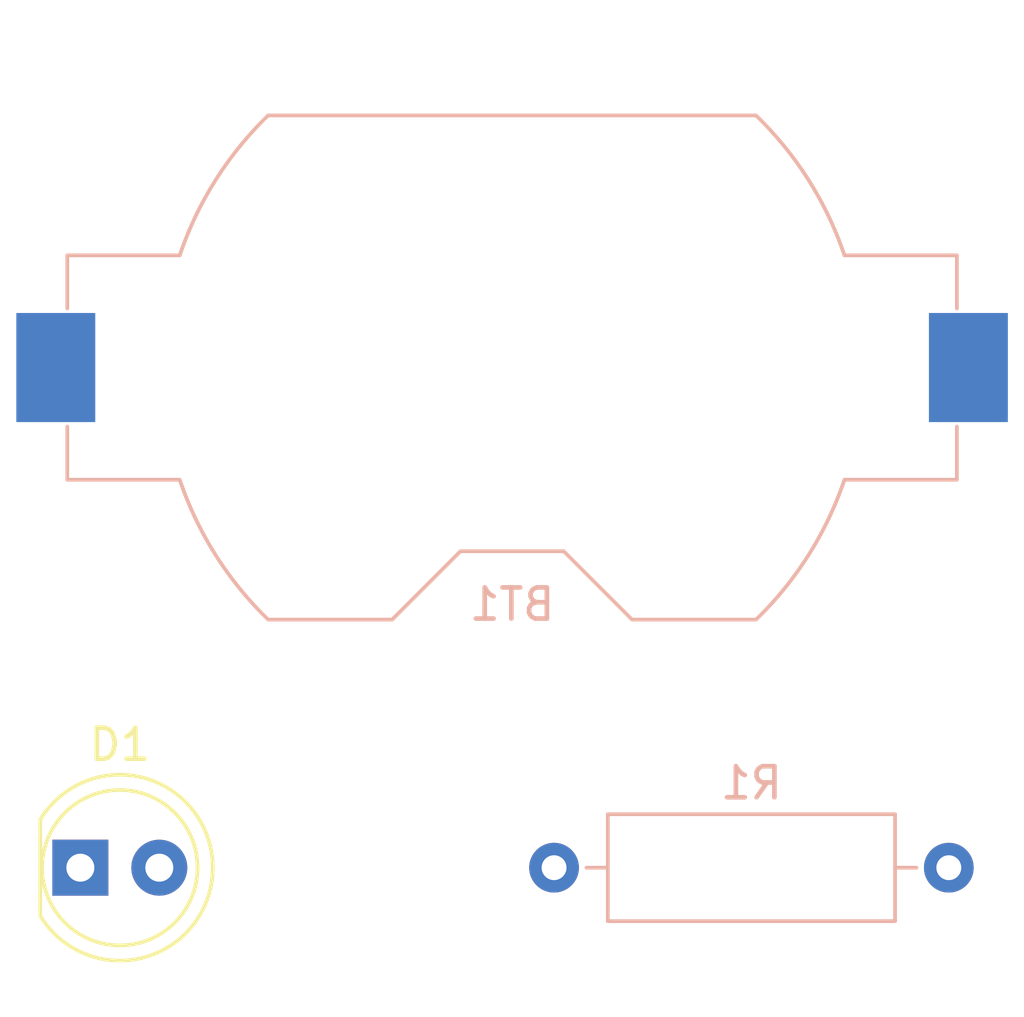
<source format=kicad_pcb>
(kicad_pcb (version 20221018) (generator pcbnew)
  (layers (0 "F.Cu" signal) (31 "B.Cu" signal) (34 "B.Paste" user) (35 "F.Paste" user) (36 "B.SilkS" user "B.Silkscreen") (37 "F.SilkS" user "F.Silkscreen") (38 "B.Mask" user) (39 "F.Mask" user) (44 "Edge.Cuts" user))
  (net 0 "")
  (net 1 "Net-(BT1-+)")
  (net 2 "Net-(BT1--)")
  (net 3 "Net-(D1-A)")
  (footprint "LED_THT:LED_D5.0mm" (layer "F.Cu") (at 121.92 101.6)
    (fp_text reference "D1" (at 1.27 -3.96) (layer "F.SilkS"))
    (fp_text value "LED")
    (fp_line (start -1.29 -1.545) (end -1.29 1.545) (stroke (width 0.12)) (layer "F.SilkS"))
    (fp_arc (start -1.29 -1.54483) (mid 2.072002 -2.880433) (end 4.26 0.000462) (stroke (width 0.12)) (layer "F.SilkS"))
    (fp_arc (start 4.26 -0.000462) (mid 2.072002 2.880433) (end -1.29 1.54483) (stroke (width 0.12)) (layer "F.SilkS"))
    (fp_circle (center 1.27 0) (end 3.77 0) (stroke (width 0.12)) (fill none) (layer "F.SilkS"))
    (pad "1" thru_hole rect (at 0 0) (size 1.8 1.8) (drill 0.9) (layers "*.Cu" "*.Mask") (net 2 "Net-(BT1--)"))
    (pad "2" thru_hole circle (at 2.54 0) (size 1.8 1.8) (drill 0.9) (layers "*.Cu" "*.Mask") (net 3 "Net-(D1-A)"))
  )
  (footprint "Resistor_THT:R_Axial_DIN0309_L9.0mm_D3.2mm_P12.70mm_Horizontal" (layer "B.Cu") (at 149.86 101.6 180)
    (fp_text reference "R1" (at 6.35 2.72) (layer "B.SilkS") (effects (justify mirror)))
    (fp_text value "R_US")
    (fp_line (start 1.04 0) (end 1.73 0) (stroke (width 0.12)) (layer "B.SilkS"))
    (fp_line (start 1.73 -1.72) (end 10.97 -1.72) (stroke (width 0.12)) (layer "B.SilkS"))
    (fp_line (start 1.73 1.72) (end 1.73 -1.72) (stroke (width 0.12)) (layer "B.SilkS"))
    (fp_line (start 10.97 -1.72) (end 10.97 1.72) (stroke (width 0.12)) (layer "B.SilkS"))
    (fp_line (start 10.97 1.72) (end 1.73 1.72) (stroke (width 0.12)) (layer "B.SilkS"))
    (fp_line (start 11.66 0) (end 10.97 0) (stroke (width 0.12)) (layer "B.SilkS"))
    (pad "1" thru_hole circle (at 0 0 180) (size 1.6 1.6) (drill 0.8) (layers "*.Cu" "*.Mask") (net 1 "Net-(BT1-+)"))
    (pad "2" thru_hole oval (at 12.7 0 180) (size 1.6 1.6) (drill 0.8) (layers "*.Cu" "*.Mask") (net 3 "Net-(D1-A)"))
  )
  (footprint "Battery:BatteryHolder_Keystone_1058_1x2032" (layer "B.Cu") (at 135.81 85.50897 180)
    (fp_text reference "BT1" (at 0 -7.62) (layer "B.SilkS") (effects (justify mirror)))
    (fp_text value "Battery_Cell")
    (fp_line (start -14.31 -1.9) (end -14.31 -3.61) (stroke (width 0.12)) (layer "B.SilkS"))
    (fp_line (start -14.31 1.9) (end -14.31 3.61) (stroke (width 0.12)) (layer "B.SilkS"))
    (fp_line (start -14.31 3.61) (end -10.692 3.61) (stroke (width 0.12)) (layer "B.SilkS"))
    (fp_line (start -10.692 -3.61) (end -14.31 -3.61) (stroke (width 0.12)) (layer "B.SilkS"))
    (fp_line (start -7.8473 8.11) (end 7.8473 8.11) (stroke (width 0.12)) (layer "B.SilkS"))
    (fp_line (start -3.86 -8.11) (end -7.8473 -8.11) (stroke (width 0.12)) (layer "B.SilkS"))
    (fp_line (start -1.66 -5.91) (end -3.86 -8.11) (stroke (width 0.12)) (layer "B.SilkS"))
    (fp_line (start 1.66 -5.91) (end -1.66 -5.91) (stroke (width 0.12)) (layer "B.SilkS"))
    (fp_line (start 1.66 -5.91) (end 3.86 -8.11) (stroke (width 0.12)) (layer "B.SilkS"))
    (fp_line (start 7.8473 -8.11) (end 3.86 -8.11) (stroke (width 0.12)) (layer "B.SilkS"))
    (fp_line (start 10.692 3.61) (end 14.31 3.61) (stroke (width 0.12)) (layer "B.SilkS"))
    (fp_line (start 14.31 -3.61) (end 10.692 -3.61) (stroke (width 0.12)) (layer "B.SilkS"))
    (fp_line (start 14.31 -1.9) (end 14.31 -3.61) (stroke (width 0.12)) (layer "B.SilkS"))
    (fp_line (start 14.31 1.9) (end 14.31 3.61) (stroke (width 0.12)) (layer "B.SilkS"))
    (fp_arc (start -10.692 -3.61) (mid -9.538085 -6.031245) (end -7.845371 -8.111789) (stroke (width 0.12)) (layer "B.SilkS"))
    (fp_arc (start -7.845371 8.111789) (mid -9.538084 6.031244) (end -10.692 3.61) (stroke (width 0.12)) (layer "B.SilkS"))
    (fp_arc (start 7.845371 -8.111789) (mid 9.538084 -6.031244) (end 10.692 -3.61) (stroke (width 0.12)) (layer "B.SilkS"))
    (fp_arc (start 10.692 3.61) (mid 9.538084 6.031244) (end 7.845371 8.111789) (stroke (width 0.12)) (layer "B.SilkS"))
    (pad "1" smd rect (at -14.68 0 180) (size 2.54 3.51) (layers "B.Cu" "B.Paste" "B.Mask") (net 1 "Net-(BT1-+)"))
    (pad "2" smd rect (at 14.68 0 180) (size 2.54 3.51) (layers "B.Cu" "B.Paste" "B.Mask") (net 2 "Net-(BT1--)"))
  )
)
</source>
